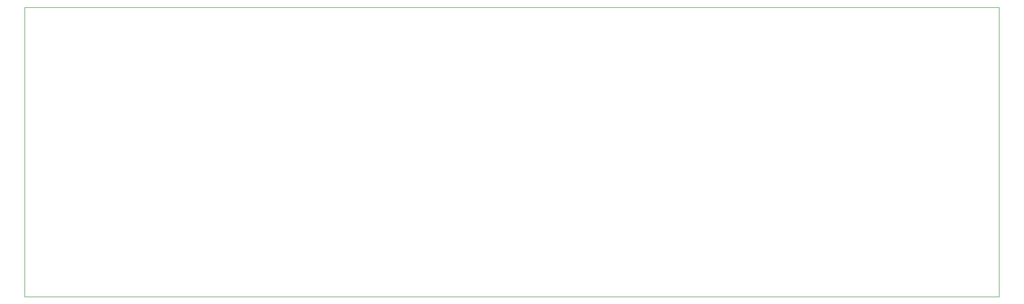
<source format=gbr>
%TF.GenerationSoftware,KiCad,Pcbnew,(7.0.0)*%
%TF.CreationDate,2023-03-22T20:44:46+09:00*%
%TF.ProjectId,NixieIndicator,4e697869-6549-46e6-9469-6361746f722e,rev?*%
%TF.SameCoordinates,Original*%
%TF.FileFunction,Profile,NP*%
%FSLAX46Y46*%
G04 Gerber Fmt 4.6, Leading zero omitted, Abs format (unit mm)*
G04 Created by KiCad (PCBNEW (7.0.0)) date 2023-03-22 20:44:46*
%MOMM*%
%LPD*%
G01*
G04 APERTURE LIST*
%TA.AperFunction,Profile*%
%ADD10C,0.100000*%
%TD*%
G04 APERTURE END LIST*
D10*
X0Y0D02*
X168000000Y0D01*
X168000000Y0D02*
X168000000Y-50000000D01*
X168000000Y-50000000D02*
X0Y-50000000D01*
X0Y-50000000D02*
X0Y0D01*
M02*

</source>
